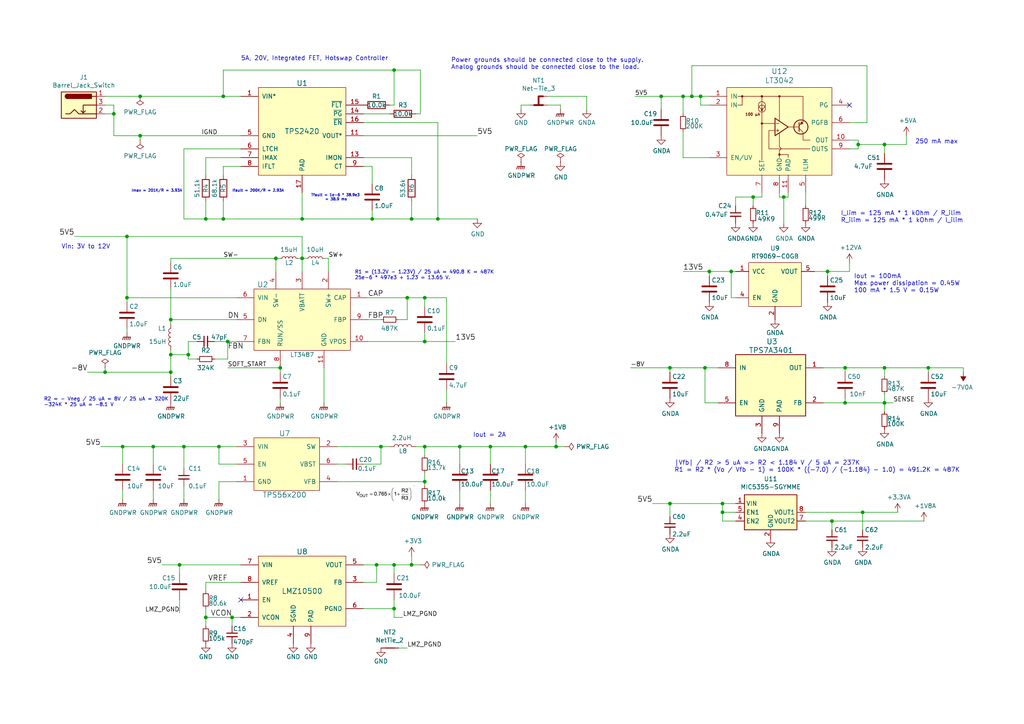
<source format=kicad_sch>
(kicad_sch (version 20230121) (generator eeschema)
  (paper "A4")
  (junction (at 64.77 63.5))
  (junction (at 245.11 116.84))
  (junction (at 119.38 163.83))
  (junction (at 209.55 146.05))
  (junction (at 227.33 57.15))
  (junction (at 118.11 86.36))
  (junction (at 205.74 78.74))
  (junction (at 218.44 57.15))
  (junction (at 119.38 63.5))
  (junction (at 133.35 129.54))
  (junction (at 123.19 139.7))
  (junction (at 123.19 99.06))
  (junction (at 142.24 129.54))
  (junction (at 114.3 176.53))
  (junction (at 81.28 106.68))
  (junction (at 67.31 179.07))
  (junction (at 36.83 86.36))
  (junction (at 123.19 86.36))
  (junction (at 30.48 107.95))
  (junction (at 194.31 146.05))
  (junction (at 36.83 68.58))
  (junction (at 198.12 27.94))
  (junction (at 40.64 39.37))
  (junction (at 212.09 78.74))
  (junction (at 127 63.5))
  (junction (at 204.47 106.68))
  (junction (at 63.5 129.54))
  (junction (at 203.2 27.94))
  (junction (at 87.63 63.5))
  (junction (at 59.69 63.5))
  (junction (at 49.53 107.95))
  (junction (at 240.03 78.74))
  (junction (at 256.54 106.68))
  (junction (at 256.54 116.84))
  (junction (at 123.19 129.54))
  (junction (at 245.11 106.68))
  (junction (at 191.77 27.94))
  (junction (at 35.56 129.54))
  (junction (at 114.3 163.83))
  (junction (at 200.66 27.94))
  (junction (at 248.92 41.91))
  (junction (at 33.02 33.02))
  (junction (at 49.53 102.87))
  (junction (at 269.24 106.68))
  (junction (at 87.63 74.93))
  (junction (at 110.49 129.54))
  (junction (at 44.45 129.54))
  (junction (at 209.55 148.59))
  (junction (at 250.19 148.59))
  (junction (at 114.3 20.32))
  (junction (at 194.31 106.68))
  (junction (at 52.07 163.83))
  (junction (at 152.4 129.54))
  (junction (at 53.34 129.54))
  (junction (at 49.53 92.71))
  (junction (at 107.95 63.5))
  (junction (at 64.77 27.94))
  (junction (at 59.69 179.07))
  (junction (at 256.54 41.91))
  (junction (at 241.3 151.13))
  (junction (at 161.29 129.54))
  (junction (at 54.61 102.87))
  (junction (at 80.01 74.93))
  (junction (at 40.64 27.94))
  (junction (at 109.22 163.83))
  (junction (at 66.04 99.06))
  (no_connect (at 246.38 30.48))
  (no_connect (at 69.85 173.99))
  (wire (pts (xy 66.04 104.14) (xy 62.23 104.14)))
  (wire (pts (xy 59.69 50.8) (xy 59.69 45.72)))
  (wire (pts (xy 251.46 19.05) (xy 200.66 19.05)))
  (wire (pts (xy 227.33 57.15) (xy 228.6 57.15)))
  (wire (pts (xy 129.54 116.84) (xy 129.54 113.03)))
  (wire (pts (xy 52.07 163.83) (xy 52.07 166.37)))
  (wire (pts (xy 113.03 30.48) (xy 114.3 30.48)))
  (wire (pts (xy 59.69 45.72) (xy 69.85 45.72)))
  (wire (pts (xy 59.69 58.42) (xy 59.69 63.5)))
  (wire (pts (xy 240.03 78.74) (xy 246.38 78.74)))
  (wire (pts (xy 109.22 168.91) (xy 105.41 168.91)))
  (wire (pts (xy 67.31 179.07) (xy 69.85 179.07)))
  (wire (pts (xy 228.6 57.15) (xy 228.6 55.88)))
  (wire (pts (xy 80.01 74.93) (xy 81.28 74.93)))
  (wire (pts (xy 36.83 86.36) (xy 36.83 87.63)))
  (wire (pts (xy 35.56 134.62) (xy 35.56 129.54)))
  (wire (pts (xy 54.61 102.87) (xy 49.53 102.87)))
  (wire (pts (xy 133.35 134.62) (xy 133.35 129.54)))
  (wire (pts (xy 97.79 139.7) (xy 123.19 139.7)))
  (wire (pts (xy 120.65 33.02) (xy 121.92 33.02)))
  (wire (pts (xy 142.24 129.54) (xy 152.4 129.54)))
  (wire (pts (xy 69.85 43.18) (xy 53.34 43.18)))
  (wire (pts (xy 162.56 30.48) (xy 158.75 30.48)))
  (wire (pts (xy 87.63 68.58) (xy 87.63 74.93)))
  (wire (pts (xy 120.65 129.54) (xy 123.19 129.54)))
  (wire (pts (xy 123.19 139.7) (xy 123.19 140.97)))
  (wire (pts (xy 119.38 45.72) (xy 119.38 50.8)))
  (wire (pts (xy 115.57 92.71) (xy 118.11 92.71)))
  (wire (pts (xy 241.3 151.13) (xy 267.97 151.13)))
  (wire (pts (xy 250.19 148.59) (xy 233.68 148.59)))
  (wire (pts (xy 64.77 63.5) (xy 87.63 63.5)))
  (wire (pts (xy 64.77 58.42) (xy 64.77 63.5)))
  (wire (pts (xy 62.23 99.06) (xy 66.04 99.06)))
  (wire (pts (xy 142.24 134.62) (xy 142.24 129.54)))
  (wire (pts (xy 106.68 86.36) (xy 118.11 86.36)))
  (wire (pts (xy 44.45 144.78) (xy 44.45 142.24)))
  (wire (pts (xy 81.28 116.84) (xy 81.28 115.57)))
  (wire (pts (xy 248.92 41.91) (xy 248.92 43.18)))
  (wire (pts (xy 256.54 114.3) (xy 256.54 116.84)))
  (wire (pts (xy 114.3 179.07) (xy 116.84 179.07)))
  (wire (pts (xy 107.95 63.5) (xy 119.38 63.5)))
  (wire (pts (xy 107.95 60.96) (xy 107.95 63.5)))
  (wire (pts (xy 204.47 106.68) (xy 208.28 106.68)))
  (wire (pts (xy 246.38 40.64) (xy 248.92 40.64)))
  (wire (pts (xy 245.11 116.84) (xy 256.54 116.84)))
  (wire (pts (xy 87.63 74.93) (xy 88.9 74.93)))
  (wire (pts (xy 114.3 20.32) (xy 64.77 20.32)))
  (wire (pts (xy 36.83 68.58) (xy 36.83 86.36)))
  (wire (pts (xy 63.5 134.62) (xy 63.5 129.54)))
  (wire (pts (xy 227.33 57.15) (xy 227.33 64.77)))
  (wire (pts (xy 158.75 27.94) (xy 170.18 27.94)))
  (wire (pts (xy 86.36 74.93) (xy 87.63 74.93)))
  (wire (pts (xy 36.83 95.25) (xy 36.83 96.52)))
  (wire (pts (xy 209.55 151.13) (xy 209.55 148.59)))
  (wire (pts (xy 64.77 48.26) (xy 69.85 48.26)))
  (wire (pts (xy 205.74 78.74) (xy 205.74 80.01)))
  (wire (pts (xy 49.53 83.82) (xy 49.53 92.71)))
  (wire (pts (xy 87.63 55.88) (xy 87.63 63.5)))
  (wire (pts (xy 218.44 57.15) (xy 220.98 57.15)))
  (wire (pts (xy 170.18 27.94) (xy 170.18 31.75)))
  (wire (pts (xy 118.11 86.36) (xy 118.11 92.71)))
  (wire (pts (xy 59.69 179.07) (xy 59.69 181.61)))
  (wire (pts (xy 107.95 48.26) (xy 105.41 48.26)))
  (wire (pts (xy 203.2 27.94) (xy 205.74 27.94)))
  (wire (pts (xy 49.53 102.87) (xy 49.53 101.6)))
  (wire (pts (xy 67.31 179.07) (xy 67.31 181.61)))
  (wire (pts (xy 245.11 106.68) (xy 256.54 106.68)))
  (wire (pts (xy 106.68 99.06) (xy 123.19 99.06)))
  (wire (pts (xy 52.07 163.83) (xy 69.85 163.83)))
  (wire (pts (xy 121.92 20.32) (xy 114.3 20.32)))
  (wire (pts (xy 200.66 27.94) (xy 203.2 27.94)))
  (wire (pts (xy 248.92 43.18) (xy 246.38 43.18)))
  (wire (pts (xy 53.34 140.97) (xy 53.34 144.78)))
  (wire (pts (xy 208.28 116.84) (xy 204.47 116.84)))
  (wire (pts (xy 59.69 63.5) (xy 64.77 63.5)))
  (wire (pts (xy 212.09 86.36) (xy 212.09 78.74)))
  (wire (pts (xy 241.3 151.13) (xy 241.3 153.67)))
  (wire (pts (xy 256.54 116.84) (xy 256.54 119.38)))
  (wire (pts (xy 236.22 78.74) (xy 240.03 78.74)))
  (wire (pts (xy 256.54 41.91) (xy 262.89 41.91)))
  (wire (pts (xy 30.48 107.95) (xy 49.53 107.95)))
  (wire (pts (xy 213.36 148.59) (xy 209.55 148.59)))
  (wire (pts (xy 238.76 116.84) (xy 245.11 116.84)))
  (wire (pts (xy 66.04 99.06) (xy 68.58 99.06)))
  (wire (pts (xy 114.3 163.83) (xy 114.3 166.37)))
  (wire (pts (xy 57.15 99.06) (xy 54.61 99.06)))
  (wire (pts (xy 105.41 163.83) (xy 109.22 163.83)))
  (wire (pts (xy 198.12 27.94) (xy 198.12 33.02)))
  (wire (pts (xy 218.44 57.15) (xy 218.44 59.69)))
  (wire (pts (xy 44.45 129.54) (xy 53.34 129.54)))
  (wire (pts (xy 209.55 148.59) (xy 209.55 146.05)))
  (wire (pts (xy 63.5 129.54) (xy 68.58 129.54)))
  (wire (pts (xy 203.2 30.48) (xy 205.74 30.48)))
  (wire (pts (xy 245.11 115.57) (xy 245.11 116.84)))
  (wire (pts (xy 40.64 27.94) (xy 64.77 27.94)))
  (wire (pts (xy 81.28 106.68) (xy 66.04 106.68)))
  (wire (pts (xy 49.53 76.2) (xy 49.53 74.93)))
  (wire (pts (xy 29.21 129.54) (xy 35.56 129.54)))
  (wire (pts (xy 256.54 41.91) (xy 256.54 44.45)))
  (wire (pts (xy 119.38 63.5) (xy 119.38 58.42)))
  (wire (pts (xy 36.83 68.58) (xy 21.59 68.58)))
  (wire (pts (xy 198.12 27.94) (xy 200.66 27.94)))
  (wire (pts (xy 248.92 40.64) (xy 248.92 41.91)))
  (wire (pts (xy 245.11 106.68) (xy 245.11 107.95)))
  (wire (pts (xy 53.34 63.5) (xy 59.69 63.5)))
  (wire (pts (xy 59.69 168.91) (xy 69.85 168.91)))
  (wire (pts (xy 251.46 35.56) (xy 251.46 19.05)))
  (wire (pts (xy 226.06 55.88) (xy 226.06 57.15)))
  (wire (pts (xy 114.3 176.53) (xy 114.3 173.99)))
  (wire (pts (xy 49.53 92.71) (xy 68.58 92.71)))
  (wire (pts (xy 35.56 129.54) (xy 44.45 129.54)))
  (wire (pts (xy 123.19 137.16) (xy 123.19 139.7)))
  (wire (pts (xy 97.79 134.62) (xy 100.33 134.62)))
  (wire (pts (xy 127 35.56) (xy 127 63.5)))
  (wire (pts (xy 95.25 78.74) (xy 95.25 74.93)))
  (wire (pts (xy 191.77 27.94) (xy 198.12 27.94)))
  (wire (pts (xy 204.47 116.84) (xy 204.47 106.68)))
  (wire (pts (xy 33.02 30.48) (xy 33.02 33.02)))
  (wire (pts (xy 213.36 86.36) (xy 212.09 86.36)))
  (wire (pts (xy 33.02 33.02) (xy 30.48 33.02)))
  (wire (pts (xy 105.41 134.62) (xy 110.49 134.62)))
  (wire (pts (xy 200.66 19.05) (xy 200.66 27.94)))
  (wire (pts (xy 105.41 176.53) (xy 114.3 176.53)))
  (wire (pts (xy 33.02 33.02) (xy 33.02 39.37)))
  (wire (pts (xy 226.06 57.15) (xy 227.33 57.15)))
  (wire (pts (xy 203.2 27.94) (xy 203.2 30.48)))
  (wire (pts (xy 64.77 50.8) (xy 64.77 48.26)))
  (wire (pts (xy 53.34 43.18) (xy 53.34 63.5)))
  (wire (pts (xy 121.92 33.02) (xy 121.92 20.32)))
  (wire (pts (xy 123.19 129.54) (xy 123.19 132.08)))
  (wire (pts (xy 36.83 86.36) (xy 68.58 86.36)))
  (wire (pts (xy 115.57 187.96) (xy 118.11 187.96)))
  (wire (pts (xy 33.02 39.37) (xy 40.64 39.37)))
  (wire (pts (xy 118.11 86.36) (xy 123.19 86.36)))
  (wire (pts (xy 194.31 146.05) (xy 209.55 146.05)))
  (wire (pts (xy 194.31 106.68) (xy 182.88 106.68)))
  (wire (pts (xy 110.49 129.54) (xy 113.03 129.54)))
  (wire (pts (xy 66.04 99.06) (xy 66.04 104.14)))
  (wire (pts (xy 194.31 106.68) (xy 194.31 107.95)))
  (wire (pts (xy 97.79 129.54) (xy 110.49 129.54)))
  (wire (pts (xy 262.89 39.37) (xy 262.89 41.91)))
  (wire (pts (xy 54.61 102.87) (xy 54.61 104.14)))
  (wire (pts (xy 53.34 129.54) (xy 63.5 129.54)))
  (wire (pts (xy 49.53 109.22) (xy 49.53 107.95)))
  (wire (pts (xy 133.35 129.54) (xy 142.24 129.54)))
  (wire (pts (xy 59.69 176.53) (xy 59.69 179.07)))
  (wire (pts (xy 46.99 163.83) (xy 52.07 163.83)))
  (wire (pts (xy 259.08 116.84) (xy 256.54 116.84)))
  (wire (pts (xy 54.61 104.14) (xy 57.15 104.14)))
  (wire (pts (xy 129.54 86.36) (xy 123.19 86.36)))
  (wire (pts (xy 127 63.5) (xy 138.43 63.5)))
  (wire (pts (xy 114.3 163.83) (xy 119.38 163.83)))
  (wire (pts (xy 64.77 27.94) (xy 69.85 27.94)))
  (wire (pts (xy 63.5 144.78) (xy 63.5 139.7)))
  (wire (pts (xy 129.54 86.36) (xy 129.54 105.41)))
  (wire (pts (xy 49.53 107.95) (xy 49.53 102.87)))
  (wire (pts (xy 246.38 78.74) (xy 246.38 76.2)))
  (wire (pts (xy 105.41 45.72) (xy 119.38 45.72)))
  (wire (pts (xy 279.4 106.68) (xy 279.4 107.95)))
  (wire (pts (xy 240.03 78.74) (xy 240.03 80.01)))
  (wire (pts (xy 198.12 38.1) (xy 198.12 45.72)))
  (wire (pts (xy 256.54 106.68) (xy 269.24 106.68)))
  (wire (pts (xy 246.38 35.56) (xy 251.46 35.56)))
  (wire (pts (xy 114.3 176.53) (xy 114.3 179.07)))
  (wire (pts (xy 64.77 20.32) (xy 64.77 27.94)))
  (wire (pts (xy 35.56 142.24) (xy 35.56 144.78)))
  (wire (pts (xy 68.58 134.62) (xy 63.5 134.62)))
  (wire (pts (xy 119.38 163.83) (xy 119.38 161.29)))
  (wire (pts (xy 44.45 134.62) (xy 44.45 129.54)))
  (wire (pts (xy 204.47 106.68) (xy 194.31 106.68)))
  (wire (pts (xy 151.13 31.75) (xy 151.13 30.48)))
  (wire (pts (xy 81.28 106.68) (xy 81.28 107.95)))
  (wire (pts (xy 189.23 146.05) (xy 194.31 146.05)))
  (wire (pts (xy 36.83 68.58) (xy 87.63 68.58)))
  (wire (pts (xy 114.3 30.48) (xy 114.3 20.32)))
  (wire (pts (xy 30.48 30.48) (xy 33.02 30.48)))
  (wire (pts (xy 213.36 57.15) (xy 218.44 57.15)))
  (wire (pts (xy 25.4 107.95) (xy 30.48 107.95)))
  (wire (pts (xy 151.13 30.48) (xy 153.67 30.48)))
  (wire (pts (xy 87.63 63.5) (xy 107.95 63.5)))
  (wire (pts (xy 269.24 106.68) (xy 269.24 107.95)))
  (wire (pts (xy 105.41 39.37) (xy 138.43 39.37)))
  (wire (pts (xy 59.69 168.91) (xy 59.69 171.45)))
  (wire (pts (xy 212.09 78.74) (xy 213.36 78.74)))
  (wire (pts (xy 248.92 41.91) (xy 256.54 41.91)))
  (wire (pts (xy 52.07 173.99) (xy 52.07 177.8)))
  (wire (pts (xy 93.98 116.84) (xy 93.98 106.68)))
  (wire (pts (xy 110.49 134.62) (xy 110.49 129.54)))
  (wire (pts (xy 123.19 99.06) (xy 132.08 99.06)))
  (wire (pts (xy 123.19 86.36) (xy 123.19 88.9)))
  (wire (pts (xy 213.36 59.69) (xy 213.36 57.15)))
  (wire (pts (xy 59.69 179.07) (xy 67.31 179.07)))
  (wire (pts (xy 87.63 74.93) (xy 87.63 78.74)))
  (wire (pts (xy 53.34 135.89) (xy 53.34 129.54)))
  (wire (pts (xy 107.95 53.34) (xy 107.95 48.26)))
  (wire (pts (xy 213.36 151.13) (xy 209.55 151.13)))
  (wire (pts (xy 142.24 142.24) (xy 142.24 146.05)))
  (wire (pts (xy 205.74 78.74) (xy 212.09 78.74)))
  (wire (pts (xy 109.22 163.83) (xy 114.3 163.83)))
  (wire (pts (xy 238.76 106.68) (xy 245.11 106.68)))
  (wire (pts (xy 109.22 168.91) (xy 109.22 163.83)))
  (wire (pts (xy 121.92 163.83) (xy 119.38 163.83)))
  (wire (pts (xy 30.48 106.68) (xy 30.48 107.95)))
  (wire (pts (xy 40.64 39.37) (xy 69.85 39.37)))
  (wire (pts (xy 80.01 78.74) (xy 80.01 74.93)))
  (wire (pts (xy 191.77 27.94) (xy 191.77 31.75)))
  (wire (pts (xy 106.68 92.71) (xy 110.49 92.71)))
  (wire (pts (xy 269.24 106.68) (xy 279.4 106.68)))
  (wire (pts (xy 152.4 142.24) (xy 152.4 146.05)))
  (wire (pts (xy 63.5 139.7) (xy 68.58 139.7)))
  (wire (pts (xy 152.4 134.62) (xy 152.4 129.54)))
  (wire (pts (xy 95.25 74.93) (xy 93.98 74.93)))
  (wire (pts (xy 209.55 146.05) (xy 213.36 146.05)))
  (wire (pts (xy 40.64 40.64) (xy 40.64 39.37)))
  (wire (pts (xy 233.68 55.88) (xy 233.68 59.69)))
  (wire (pts (xy 250.19 153.67) (xy 250.19 148.59)))
  (wire (pts (xy 119.38 63.5) (xy 127 63.5)))
  (wire (pts (xy 49.53 74.93) (xy 80.01 74.93)))
  (wire (pts (xy 123.19 129.54) (xy 133.35 129.54)))
  (wire (pts (xy 256.54 106.68) (xy 256.54 109.22)))
  (wire (pts (xy 198.12 45.72) (xy 205.74 45.72)))
  (wire (pts (xy 163.83 129.54) (xy 161.29 129.54)))
  (wire (pts (xy 194.31 149.86) (xy 194.31 146.05)))
  (wire (pts (xy 152.4 129.54) (xy 161.29 129.54)))
  (wire (pts (xy 54.61 99.06) (xy 54.61 102.87)))
  (wire (pts (xy 30.48 27.94) (xy 40.64 27.94)))
  (wire (pts (xy 198.12 78.74) (xy 205.74 78.74)))
  (wire (pts (xy 184.15 27.94) (xy 191.77 27.94)))
  (wire (pts (xy 250.19 148.59) (xy 260.35 148.59)))
  (wire (pts (xy 123.19 96.52) (xy 123.19 99.06)))
  (wire (pts (xy 233.68 151.13) (xy 241.3 151.13)))
  (wire (pts (xy 49.53 92.71) (xy 49.53 93.98)))
  (wire (pts (xy 133.35 142.24) (xy 133.35 146.05)))
  (wire (pts (xy 161.29 129.54) (xy 161.29 128.27)))
  (wire (pts (xy 162.56 31.75) (xy 162.56 30.48)))
  (wire (pts (xy 105.41 33.02) (xy 113.03 33.02)))
  (wire (pts (xy 105.41 35.56) (xy 127 35.56)))
  (wire (pts (xy 220.98 55.88) (xy 220.98 57.15)))
  (image (at 111.76 143.51) (scale 0.3))
  (text "R2 = - Vneg / 25 uA = 8V / 25 uA = 320K\n-324K * 25 uA = -8.1 V" (at 12.7 118.11 0) (effects (font (size 1.016 1.016)) (justify left bottom)))
  (text "Iout = 2A" (at 137.16 127 0) (effects (font (size 1.27 1.27)) (justify left bottom)))
  (text "I_lim = 125 mA * 1 kOhm / R_ilim\nR_ilim = 125 mA * 1 kOhm / I_ilim" (at 243.84 64.77 0) (effects (font (size 1.27 1.27)) (justify left bottom)))
  (text "Tfault = 1e-6 * 38.9e3 \n       = 38.9 ms" (at 90.17 58.42 0) (effects (font (size 0.762 0.762)) (justify left bottom)))
  (text "250 mA max" (at 265.43 41.91 0) (effects (font (size 1.27 1.27)) (justify left bottom)))
  (text "Vin: 3V to 12V" (at 17.78 72.39 0) (effects (font (size 1.27 1.27)) (justify left bottom)))
  (text "Ifault = 200K/R = 2.93A" (at 67.31 55.88 0) (effects (font (size 0.762 0.762)) (justify left bottom)))
  (text "Imax = 201K/R = 3.93A" (at 38.1 55.88 0) (effects (font (size 0.762 0.762)) (justify left bottom)))
  (text "Power grounds should be connected close to the supply.\nAnalog grounds should be connected close to the load." (at 130.81 20.32 0) (effects (font (size 1.27 1.27)) (justify left bottom)))
  (text "R1 = (13.2V - 1.23V) / 25 uA = 490.8 K = 487K\n25e-6 * 497e3 + 1.23 = 13.65 V." (at 102.87 81.28 0) (effects (font (size 1.016 1.016)) (justify left bottom)))
  (text "|Vfb| / R2 > 5 uA => R2 < 1.184 V / 5 uA = 237K\nR1 = R2 * (Vo / Vfb - 1) = 100K * ((-7.0) / (-1.184) - 1.0) = 491.2K = 487K\n" (at 195.58 137.16 0) (effects (font (size 1.27 1.27)) (justify left bottom)))
  (text "Iout = 100mA\nMax power dissipation = 0.45W\n100 mA * 1.5 V = 0.15W\n" (at 247.65 85.09 0) (effects (font (size 1.27 1.27)) (justify left bottom)))
  (text "5A, 20V, Integrated FET, Hotswap Controller" (at 69.85 17.78 0) (effects (font (size 1.27 1.27)) (justify left bottom)))
  (label "5V5" (at 189.23 146.05 180) (effects (font (size 1.524 1.524))))
  (label "-8V" (at 182.88 106.68 0))
  (label "13V5" (at 198.12 78.74 0) (effects (font (size 1.524 1.524))))
  (label "5V5" (at 29.21 129.54 180) (effects (font (size 1.524 1.524))))
  (label "FBP" (at 106.68 92.71 0) (effects (font (size 1.524 1.524))))
  (label "LMZ_PGND" (at 52.07 177.8 180))
  (label "SENSE" (at 259.08 116.84 0))
  (label "13V5" (at 132.08 99.06 0) (effects (font (size 1.524 1.524))))
  (label "-8V" (at 25.4 107.95 180) (effects (font (size 1.524 1.524))))
  (label "FBN" (at 66.04 101.6 0) (effects (font (size 1.524 1.524))))
  (label "VCON" (at 67.31 179.07 180) (effects (font (size 1.524 1.524))))
  (label "CAP" (at 106.68 86.36 0) (effects (font (size 1.524 1.524))))
  (label "5V5" (at 46.99 163.83 180) (effects (font (size 1.524 1.524))))
  (label "LMZ_PGND" (at 116.84 179.07 0))
  (label "VREF" (at 66.04 168.91 180) (effects (font (size 1.524 1.524))))
  (label "SOFT_START" (at 66.04 106.68 0))
  (label "5V5" (at 184.15 27.94 0))
  (label "SW-" (at 64.77 74.93 0))
  (label "5V5" (at 21.59 68.58 180) (effects (font (size 1.524 1.524))))
  (label "LMZ_PGND" (at 118.11 187.96 0))
  (label "5V5" (at 138.43 39.37 0) (effects (font (size 1.524 1.524))))
  (label "SW+" (at 95.25 74.93 0))
  (label "IGND" (at 58.42 39.37 0))
  (label "DN" (at 66.04 92.71 0) (effects (font (size 1.524 1.524))))
  (symbol (lib_id "Device:R") (at 109.22 30.48 270) (unit 1)
    (property "Reference" "R1" (at 109.22 27.94 90))
    (property "Value" "10.0k" (at 109.22 30.48 90))
    (property "Footprint" "Resistor_SMD:R_0603_1608Metric" (effects hide))
  )
  (symbol (lib_id "Device:R") (at 116.84 33.02 270) (unit 1)
    (property "Reference" "R3" (at 116.84 30.48 90))
    (property "Value" "10.0k" (at 116.84 33.02 90))
    (property "Footprint" "Resistor_SMD:R_0603_1608Metric" (effects hide))
  )
  (symbol (lib_id "Device:R") (at 59.69 54.61 0) (unit 1)
    (property "Reference" "R4" (at 59.69 54.61 90))
    (property "Value" "51.1k" (at 57.15 54.61 90))
    (property "Footprint" "Resistor_SMD:R_0603_1608Metric" (effects hide))
  )
  (symbol (lib_id "Device:R") (at 64.77 54.61 0) (unit 1)
    (property "Reference" "R5" (at 64.77 54.61 90))
    (property "Value" "68.1k" (at 62.23 54.61 90))
    (property "Footprint" "Resistor_SMD:R_0603_1608Metric" (effects hide))
  )
  (symbol (lib_id "Device:C") (at 107.95 57.15 0) (unit 1)
    (property "Reference" "C8" (at 108.585 54.61 0) (effects (justify left)))
    (property "Value" "1.0uF" (at 108.585 59.69 0) (effects (justify left)))
    (property "Footprint" "Capacitor_SMD:C_0603_1608Metric" (effects hide))
    (property "Component" "Murata GRM188R71C105KA12D" (effects hide))
  )
  (symbol (lib_id "Device:R") (at 119.38 54.61 0) (unit 1)
    (property "Reference" "R6" (at 119.38 54.61 90))
    (property "Value" "53.6k" (at 116.84 54.61 90))
    (property "Footprint" "Resistor_SMD:R_0603_1608Metric" (effects hide))
  )
  (symbol (lib_id "@Engstad:TPS56x200") (at 82.55 133.35 0) (unit 1)
    (property "Reference" "U7" (at 82.55 125.73 0) (effects (font (size 1.524 1.524))))
    (property "Value" "TPS56x200" (at 82.55 143.51 0) (effects (font (size 1.524 1.524))))
    (property "Footprint" "Package_TO_SOT_SMD:SOT-23-6" (effects hide))
    (property "Datasheet" "https://www.ti.com/lit/ds/symlink/tps563200.pdf" (effects hide))
  )
  (symbol (lib_id "Device:C") (at 35.56 138.43 0) (unit 1)
    (property "Reference" "C14" (at 36.83 135.89 0) (effects (justify left)))
    (property "Value" "10uF" (at 36.83 140.97 0) (effects (justify left)))
    (property "Footprint" "Capacitor_SMD:C_0805_2012Metric" (effects hide))
  )
  (symbol (lib_id "Device:L") (at 116.84 129.54 90) (unit 1)
    (property "Reference" "L8" (at 118.11 130.81 90) (effects (justify left)))
    (property "Value" "2.2uH" (at 119.38 127 90) (effects (justify left)))
    (property "Footprint" "Inductor_SMD:L_0805_2012Metric" (effects hide))
  )
  (symbol (lib_id "Device:C_Small") (at 102.87 134.62 90) (unit 1)
    (property "Reference" "C20" (at 107.95 133.35 90) (effects (justify left)))
    (property "Value" "0.1uF" (at 109.22 135.89 90) (effects (justify left)))
    (property "Footprint" "Capacitor_SMD:C_0603_1608Metric" (effects hide))
  )
  (symbol (lib_id "Device:R_Small") (at 123.19 134.62 0) (unit 1)
    (property "Reference" "R16" (at 123.952 134.112 0) (effects (justify left)))
    (property "Value" "13.7k" (at 123.952 135.636 0) (effects (justify left)))
    (property "Footprint" "Resistor_SMD:R_0603_1608Metric" (effects hide))
  )
  (symbol (lib_id "Device:R_Small") (at 123.19 143.51 0) (unit 1)
    (property "Reference" "R17" (at 123.952 143.002 0) (effects (justify left)))
    (property "Value" "10.0k" (at 123.952 144.526 0) (effects (justify left)))
    (property "Footprint" "Resistor_SMD:R_0603_1608Metric" (effects hide))
  )
  (symbol (lib_id "@Engstad:LMZ10500") (at 87.63 171.45 0) (unit 1)
    (property "Reference" "U8" (at 87.63 160.02 0) (effects (font (size 1.524 1.524))))
    (property "Value" "LMZ10500" (at 87.63 171.45 0) (effects (font (size 1.524 1.524))))
    (property "Footprint" "Engstad:Texas_Instruments-LLP-8" (effects hide))
    (property "Datasheet" "https://www.ti.com/lit/ds/symlink/lmz10500.pdf" (effects hide))
  )
  (symbol (lib_id "Device:C") (at 52.07 170.18 0) (unit 1)
    (property "Reference" "C15" (at 46.99 167.64 0) (effects (justify left)))
    (property "Value" "10.0uF" (at 43.18 170.18 0) (effects (justify left)))
    (property "Footprint" "Capacitor_SMD:C_0805_2012Metric" (effects hide))
  )
  (symbol (lib_id "Device:R_Small") (at 59.69 184.15 0) (unit 1)
    (property "Reference" "R9" (at 60.452 183.642 0) (effects (justify left)))
    (property "Value" "105k" (at 60.452 185.166 0) (effects (justify left)))
    (property "Footprint" "Resistor_SMD:R_0603_1608Metric" (effects hide))
  )
  (symbol (lib_id "Device:C_Small") (at 67.31 184.15 0) (unit 1)
    (property "Reference" "C16" (at 67.564 182.372 0) (effects (justify left)))
    (property "Value" "470pF" (at 67.564 186.182 0) (effects (justify left)))
    (property "Footprint" "Capacitor_SMD:C_0603_1608Metric" (effects hide))
  )
  (symbol (lib_id "Device:R_Small") (at 59.69 173.99 0) (unit 1)
    (property "Reference" "R8" (at 60.452 173.482 0) (effects (justify left)))
    (property "Value" "80.6k" (at 60.452 175.006 0) (effects (justify left)))
    (property "Footprint" "Resistor_SMD:R_0603_1608Metric" (effects hide))
  )
  (symbol (lib_id "Device:C") (at 114.3 170.18 0) (unit 1)
    (property "Reference" "C21" (at 114.935 167.64 0) (effects (justify left)))
    (property "Value" "10.0uF" (at 115.57 172.72 0) (effects (justify left)))
    (property "Footprint" "Capacitor_SMD:C_0805_2012Metric" (effects hide))
  )
  (symbol (lib_id "power:PWR_FLAG") (at 40.64 27.94 180) (unit 1)
    (property "Reference" "#FLG03" (effects hide))
    (property "Value" "PWR_FLAG" (at 40.64 32.512 0))
  )
  (symbol (lib_id "@Engstad:LT3487") (at 87.63 92.71 0) (unit 1)
    (property "Reference" "U2" (at 76.2 82.55 0) (effects (font (size 1.524 1.524))))
    (property "Value" "LT3487" (at 87.63 102.87 0))
    (property "Footprint" "Package_DFN_QFN:DFN-10-1EP_3x3mm_P0.5mm_EP1.7x2.5mm" (effects hide))
    (property "Datasheet" "https://www.analog.com/media/en/technical-documentation/data-sheets/3487f.pdf" (effects hide))
  )
  (symbol (lib_id "Device:C") (at 36.83 91.44 0) (unit 1)
    (property "Reference" "C2" (at 37.465 88.9 0) (effects (justify left)))
    (property "Value" "1.0uF" (at 37.465 93.98 0) (effects (justify left)))
    (property "Footprint" "Capacitor_SMD:C_0603_1608Metric" (effects hide))
    (property "Component" "TDK C1608X5R1A105K" (effects hide))
  )
  (symbol (lib_id "Device:L_Small") (at 91.44 74.93 90) (unit 1)
    (property "Reference" "L4" (at 92.71 76.2 90) (effects (justify left)))
    (property "Value" "10uH" (at 93.98 72.39 90) (effects (justify left)))
    (property "Footprint" "Engstad:L_Wurth-4018" (effects hide))
  )
  (symbol (lib_id "Device:L_Small") (at 83.82 74.93 90) (unit 1)
    (property "Reference" "L2" (at 85.09 76.2 90) (effects (justify left)))
    (property "Value" "15uH" (at 86.36 72.39 90) (effects (justify left)))
    (property "Footprint" "Engstad:L_Wurth-4018" (effects hide))
  )
  (symbol (lib_id "Device:C") (at 49.53 80.01 0) (unit 1)
    (property "Reference" "C6" (at 50.165 77.47 0) (effects (justify left)))
    (property "Value" "1.0uF" (at 50.165 82.55 0) (effects (justify left)))
    (property "Footprint" "Capacitor_SMD:C_0603_1608Metric" (effects hide))
    (property "Component" "TDK C1608X5R1A105K" (effects hide))
  )
  (symbol (lib_id "Device:L") (at 49.53 97.79 180) (unit 1)
    (property "Reference" "L1" (at 48.26 95.25 0) (effects (justify left)))
    (property "Value" "15uH" (at 48.26 99.06 0) (effects (justify left)))
    (property "Footprint" "Engstad:L_Wurth-4018" (effects hide))
  )
  (symbol (lib_id "Device:R_Small") (at 59.69 104.14 270) (unit 1)
    (property "Reference" "R2" (at 59.69 101.6 90))
    (property "Value" "324K" (at 59.69 106.68 90))
    (property "Footprint" "Resistor_SMD:R_0603_1608Metric" (effects hide))
  )
  (symbol (lib_id "Device:C_Small") (at 59.69 99.06 90) (unit 1)
    (property "Reference" "C5" (at 58.42 97.79 90) (effects (justify left)))
    (property "Value" "47pF" (at 66.04 97.79 90) (effects (justify left)))
    (property "Footprint" "Capacitor_SMD:C_0603_1608Metric" (effects hide))
    (property "Component" "TDK C1608X5R1A105K" (effects hide))
  )
  (symbol (lib_id "Device:C") (at 49.53 113.03 0) (unit 1)
    (property "Reference" "C3" (at 50.165 110.49 0) (effects (justify left)))
    (property "Value" "22uF" (at 50.165 115.57 0) (effects (justify left)))
    (property "Footprint" "Capacitor_SMD:C_1206_3216Metric" (effects hide))
    (property "Component" "TDK C1608X5R1A105K" (effects hide))
  )
  (symbol (lib_id "Device:C") (at 81.28 111.76 0) (unit 1)
    (property "Reference" "C7" (at 81.915 109.22 0) (effects (justify left)))
    (property "Value" "0.1uF" (at 81.915 114.3 0) (effects (justify left)))
    (property "Footprint" "Capacitor_SMD:C_0603_1608Metric" (effects hide))
    (property "Component" "TDK C1608X5R1A105K" (effects hide))
  )
  (symbol (lib_id "Device:R_Small") (at 113.03 92.71 90) (unit 1)
    (property "Reference" "R7" (at 113.03 90.678 90))
    (property "Value" "487K" (at 113.03 95.25 90))
    (property "Footprint" "Resistor_SMD:R_0603_1608Metric" (effects hide))
  )
  (symbol (lib_id "Device:C") (at 129.54 109.22 0) (unit 1)
    (property "Reference" "C9" (at 130.175 106.68 0) (effects (justify left)))
    (property "Value" "4.7uF" (at 130.175 111.76 0) (effects (justify left)))
    (property "Footprint" "Capacitor_SMD:C_0805_2012Metric" (effects hide))
    (property "Component" "TDK C1608X5R1A105K" (effects hide))
  )
  (symbol (lib_id "Device:C") (at 123.19 92.71 0) (unit 1)
    (property "Reference" "C10" (at 123.825 90.17 0) (effects (justify left)))
    (property "Value" "0.1uF" (at 123.825 95.25 0) (effects (justify left)))
    (property "Footprint" "Capacitor_SMD:C_0603_1608Metric" (effects hide))
    (property "Component" "TDK C1608X5R1A105K" (effects hide))
  )
  (symbol (lib_id "@Engstad:TPS2420") (at 87.63 38.1 0) (unit 1)
    (property "Reference" "U1" (at 87.63 24.13 0) (effects (font (size 1.524 1.524))))
    (property "Value" "TPS2420" (at 87.63 38.1 0) (effects (font (size 1.524 1.524))))
    (property "Footprint" "Package_DFN_QFN:QFN-16-1EP_4x4mm_P0.65mm_EP2.7x2.7mm_ThermalVias" (effects hide))
    (property "Datasheet" "http://www.ti.com/lit/ds/symlink/tps2420.pdf" (effects hide))
  )
  (symbol (lib_id "power:PWR_FLAG") (at 30.48 106.68 0) (unit 1)
    (property "Reference" "#FLG0101" (effects hide))
    (property "Value" "PWR_FLAG" (at 30.48 102.2858 0))
  )
  (symbol (lib_id "@Engstad:TPS7A3401") (at 223.52 111.76 0) (unit 1)
    (property "Reference" "U3" (at 222.25 99.06 0) (effects (font (size 1.524 1.524)) (justify left)))
    (property "Value" "TPS7A3401" (at 217.17 101.6 0) (effects (font (size 1.524 1.524)) (justify left)))
    (property "Footprint" "Engstad:VSSOP-8_3.0x3.0mm_P0.65mm" (effects hide))
    (property "Datasheet" "https://www.ti.com/lit/ds/symlink/tps7a3401.pdf" (effects hide))
  )
  (symbol (lib_id "Device:C") (at 194.31 111.76 0) (unit 1)
    (property "Reference" "C22" (at 194.945 109.22 0) (effects (justify left)))
    (property "Value" "10uF" (at 194.945 114.3 0) (effects (justify left)))
    (property "Footprint" "Capacitor_SMD:C_1206_3216Metric" (effects hide))
    (property "Component" "TDK C1608X5R1A105K" (effects hide))
  )
  (symbol (lib_id "power:GNDA") (at 194.31 115.57 0) (unit 1)
    (property "Reference" "#PWR0104" (effects hide))
    (property "Value" "GNDA" (at 194.437 119.9642 0))
  )
  (symbol (lib_id "power:GNDA") (at 220.98 125.73 0) (unit 1)
    (property "Reference" "#PWR0105" (effects hide))
    (property "Value" "GNDA" (at 221.107 130.1242 0))
  )
  (symbol (lib_id "power:GNDA") (at 226.06 125.73 0) (unit 1)
    (property "Reference" "#PWR0106" (effects hide))
    (property "Value" "GNDA" (at 226.187 130.1242 0))
  )
  (symbol (lib_id "Device:C") (at 245.11 111.76 0) (unit 1)
    (property "Reference" "C50" (at 245.745 109.22 0) (effects (justify left)))
    (property "Value" "10nF" (at 246.38 114.3 0) (effects (justify left)))
    (property "Footprint" "Capacitor_SMD:C_0603_1608Metric" (effects hide))
  )
  (symbol (lib_id "Device:R_Small") (at 256.54 111.76 0) (unit 1)
    (property "Reference" "R13" (at 257.302 111.252 0) (effects (justify left)))
    (property "Value" "487K" (at 257.302 112.776 0) (effects (justify left)))
    (property "Footprint" "Resistor_SMD:R_0603_1608Metric" (effects hide))
  )
  (symbol (lib_id "Device:R_Small") (at 256.54 121.92 0) (unit 1)
    (property "Reference" "R14" (at 257.302 121.412 0) (effects (justify left)))
    (property "Value" "100K" (at 257.302 122.936 0) (effects (justify left)))
    (property "Footprint" "Resistor_SMD:R_0603_1608Metric" (effects hide))
  )
  (symbol (lib_id "Device:C") (at 269.24 111.76 0) (unit 1)
    (property "Reference" "C52" (at 269.875 109.22 0) (effects (justify left)))
    (property "Value" "10uF" (at 269.875 114.3 0) (effects (justify left)))
    (property "Footprint" "Capacitor_SMD:C_1206_3216Metric" (effects hide))
    (property "Component" "TDK C1608X5R1A105K" (effects hide))
  )
  (symbol (lib_id "power:GNDA") (at 269.24 115.57 0) (unit 1)
    (property "Reference" "#PWR0107" (effects hide))
    (property "Value" "GNDA" (at 269.367 119.9642 0))
  )
  (symbol (lib_id "Regulator_Linear:MIC5355-SGYMME") (at 223.52 148.59 0) (unit 1)
    (property "Reference" "U11" (at 223.52 138.9126 0))
    (property "Value" "MIC5355-SGYMME" (at 223.52 141.224 0))
    (property "Footprint" "Package_SO:MSOP-8-1EP_3x3mm_P0.65mm_EP2.5x3mm_Mask1.73x2.36mm_ThermalVias" (effects hide))
    (property "Datasheet" "http://ww1.microchip.com/downloads/en/DeviceDoc/mic5355_6.pdf" (effects hide))
  )
  (symbol (lib_id "power:GNDA") (at 256.54 124.46 0) (unit 1)
    (property "Reference" "#PWR0108" (effects hide))
    (property "Value" "GNDA" (at 256.667 128.8542 0))
  )
  (symbol (lib_id "power:PWR_FLAG") (at 163.83 129.54 270) (unit 1)
    (property "Reference" "#FLG0102" (effects hide))
    (property "Value" "PWR_FLAG" (at 167.0812 129.54 90) (effects (justify left)))
  )
  (symbol (lib_id "power:GNDPWR") (at 151.13 46.99 0) (unit 1)
    (property "Reference" "#PWR0101" (effects hide))
    (property "Value" "GNDPWR" (at 151.2316 50.9016 0))
  )
  (symbol (lib_id "power:PWR_FLAG") (at 151.13 46.99 0) (unit 1)
    (property "Reference" "#FLG0103" (effects hide))
    (property "Value" "PWR_FLAG" (at 151.13 43.18 0))
  )
  (symbol (lib_id "power:GNDA") (at 223.52 156.21 0) (unit 1)
    (property "Reference" "#PWR0135" (effects hide))
    (property "Value" "GNDA" (at 223.647 160.6042 0))
  )
  (symbol (lib_id "Device:C_Small") (at 194.31 152.4 0) (unit 1)
    (property "Reference" "C60" (at 194.945 149.86 0) (effects (justify left)))
    (property "Value" "2.2uF" (at 194.945 154.94 0) (effects (justify left)))
    (property "Footprint" "Capacitor_SMD:C_0603_1608Metric" (effects hide))
    (property "Component" "TDK C1608X5R1A105K" (effects hide))
  )
  (symbol (lib_id "power:GNDA") (at 194.31 154.94 0) (unit 1)
    (property "Reference" "#PWR0136" (effects hide))
    (property "Value" "GNDA" (at 194.437 159.3342 0))
  )
  (symbol (lib_id "Device:C_Small") (at 241.3 156.21 0) (unit 1)
    (property "Reference" "C61" (at 241.935 153.67 0) (effects (justify left)))
    (property "Value" "2.2uF" (at 241.935 158.75 0) (effects (justify left)))
    (property "Footprint" "Capacitor_SMD:C_0603_1608Metric" (effects hide))
    (property "Component" "TDK C1608X5R1A105K" (effects hide))
  )
  (symbol (lib_id "Device:C_Small") (at 250.19 156.21 0) (unit 1)
    (property "Reference" "C62" (at 250.825 153.67 0) (effects (justify left)))
    (property "Value" "2.2uF" (at 250.825 158.75 0) (effects (justify left)))
    (property "Footprint" "Capacitor_SMD:C_0603_1608Metric" (effects hide))
    (property "Component" "TDK C1608X5R1A105K" (effects hide))
  )
  (symbol (lib_id "power:GNDA") (at 241.3 158.75 0) (unit 1)
    (property "Reference" "#PWR0137" (effects hide))
    (property "Value" "GNDA" (at 241.427 163.1442 0))
  )
  (symbol (lib_id "power:GNDA") (at 250.19 158.75 0) (unit 1)
    (property "Reference" "#PWR0138" (effects hide))
    (property "Value" "GNDA" (at 250.317 163.1442 0))
  )
  (symbol (lib_id "Connector:Barrel_Jack_Switch") (at 22.86 30.48 0) (unit 1)
    (property "Reference" "J1" (at 24.3078 22.4282 0))
    (property "Value" "Barrel_Jack_Switch" (at 24.3078 24.7396 0))
    (property "Footprint" "Connector_BarrelJack:BarrelJack_Wuerth_6941xx301002" (effects hide))
  )
  (symbol (lib_id "@Engstad:+1V8A") (at 267.97 151.13 0) (unit 1)
    (property "Reference" "#PWR0153" (effects hide))
    (property "Value" "+1V8A" (at 268.351 146.7358 0))
  )
  (symbol (lib_id "power:+3.3VA") (at 260.35 148.59 0) (unit 1)
    (property "Reference" "#PWR0201" (effects hide))
    (property "Value" "+3.3VA" (at 260.731 144.1958 0))
  )
  (symbol (lib_id "power:GNDPWR") (at 123.19 146.05 0) (unit 1)
    (property "Reference" "#PWR0202" (effects hide))
    (property "Value" "GNDPWR" (at 123.2916 149.9616 0))
  )
  (symbol (lib_id "power:PWR_FLAG") (at 40.64 40.64 180) (unit 1)
    (property "Reference" "#FLG0104" (effects hide))
    (property "Value" "PWR_FLAG" (at 40.64 45.212 0))
  )
  (symbol (lib_id "power:GND") (at 162.56 46.99 0) (unit 1)
    (property "Reference" "#PWR0103" (effects hide))
    (property "Value" "GND" (at 162.687 51.3842 0))
  )
  (symbol (lib_id "power:PWR_FLAG") (at 162.56 46.99 0) (unit 1)
    (property "Reference" "#FLG0106" (effects hide))
    (property "Value" "PWR_FLAG" (at 162.56 43.18 0))
  )
  (symbol (lib_id "power:PWR_FLAG") (at 121.92 163.83 270) (unit 1)
    (property "Reference" "#FLG0105" (effects hide))
    (property "Value" "PWR_FLAG" (at 125.1712 163.83 90) (effects (justify left)))
  )
  (symbol (lib_id "@Engstad:-7V0A") (at 279.4 107.95 180) (unit 1)
    (property "Reference" "#PWR0114" (effects hide))
    (property "Value" "-7V0A" (at 279.019 112.3442 0))
  )
  (symbol (lib_id "power:GND") (at 59.69 186.69 0) (unit 1)
    (property "Reference" "#PWR0203" (effects hide))
    (property "Value" "GND" (at 59.69 190.5 0))
  )
  (symbol (lib_id "@Engstad:LT3042") (at 226.06 38.1 0) (unit 1)
    (property "Reference" "U12" (at 226.06 20.6502 0) (effects (font (size 1.524 1.524))))
    (property "Value" "LT3042" (at 226.06 23.3426 0) (effects (font (size 1.524 1.524))))
    (property "Footprint" "Package_DFN_QFN:DFN-10-1EP_3x3mm_P0.5mm_EP1.65x2.38mm_ThermalVias" (effects hide))
    (property "Datasheet" "https://www.analog.com/media/en/technical-documentation/data-sheets/3042fb.pdf" (effects hide))
  )
  (symbol (lib_id "Device:C") (at 191.77 35.56 0) (unit 1)
    (property "Reference" "C19" (at 186.69 33.02 0) (effects (justify left)))
    (property "Value" "10.0uF" (at 182.88 35.56 0) (effects (justify left)))
    (property "Footprint" "Capacitor_SMD:C_1206_3216Metric" (effects hide))
  )
  (symbol (lib_id "power:GNDA") (at 191.77 39.37 0) (unit 1)
    (property "Reference" "#PWR0115" (effects hide))
    (property "Value" "GNDA" (at 191.897 43.7642 0))
  )
  (symbol (lib_id "Device:R_Small") (at 198.12 35.56 0) (unit 1)
    (property "Reference" "R10" (at 198.882 35.052 0) (effects (justify left)))
    (property "Value" "200K" (at 198.882 36.576 0) (effects (justify left)))
    (property "Footprint" "Resistor_SMD:R_0603_1608Metric" (effects hide))
  )
  (symbol (lib_id "Device:R_Small") (at 218.44 62.23 0) (unit 1)
    (property "Reference" "R11" (at 219.202 61.722 0) (effects (justify left)))
    (property "Value" "49K9" (at 219.71 63.5 0) (effects (justify left)))
    (property "Footprint" "Resistor_SMD:R_0603_1608Metric" (effects hide))
  )
  (symbol (lib_id "power:GNDA") (at 218.44 64.77 0) (unit 1)
    (property "Reference" "#PWR0139" (effects hide))
    (property "Value" "GNDA" (at 218.567 69.1642 0))
  )
  (symbol (lib_id "Device:C_Small") (at 213.36 62.23 0) (unit 1)
    (property "Reference" "C24" (at 208.28 59.69 0) (effects (justify left)))
    (property "Value" "0.47uF" (at 204.47 62.23 0) (effects (justify left)))
    (property "Footprint" "Capacitor_SMD:C_0603_1608Metric" (effects hide))
  )
  (symbol (lib_id "power:GNDA") (at 227.33 64.77 0) (unit 1)
    (property "Reference" "#PWR0141" (effects hide))
    (property "Value" "GNDA" (at 227.457 69.1642 0))
  )
  (symbol (lib_id "Device:R_Small") (at 233.68 62.23 0) (unit 1)
    (property "Reference" "R12" (at 234.442 61.722 0) (effects (justify left)))
    (property "Value" "499R" (at 234.442 63.246 0) (effects (justify left)))
    (property "Footprint" "Resistor_SMD:R_0603_1608Metric" (effects hide))
  )
  (symbol (lib_id "power:GNDA") (at 233.68 64.77 0) (unit 1)
    (property "Reference" "#PWR0142" (effects hide))
    (property "Value" "GNDA" (at 233.807 69.1642 0))
  )
  (symbol (lib_id "Device:C") (at 256.54 48.26 0) (unit 1)
    (property "Reference" "C51" (at 251.46 45.72 0) (effects (justify left)))
    (property "Value" "4.7uF" (at 247.65 48.26 0) (effects (justify left)))
    (property "Footprint" "Capacitor_SMD:C_0805_2012Metric" (effects hide))
  )
  (symbol (lib_id "power:GNDA") (at 256.54 52.07 0) (unit 1)
    (property "Reference" "#PWR0143" (effects hide))
    (property "Value" "GNDA" (at 256.667 56.4642 0))
  )
  (symbol (lib_id "power:+12VA") (at 246.38 76.2 0) (unit 1)
    (property "Reference" "#PWR0144" (effects hide))
    (property "Value" "+12VA" (at 246.761 71.8058 0))
  )
  (symbol (lib_id "power:GND") (at 67.31 186.69 0) (unit 1)
    (property "Reference" "#PWR01" (effects hide))
    (property "Value" "GND" (at 67.31 190.5 0))
  )
  (symbol (lib_id "power:GND") (at 85.09 186.69 0) (unit 1)
    (property "Reference" "#PWR02" (effects hide))
    (property "Value" "GND" (at 85.09 190.5 0))
  )
  (symbol (lib_id "power:GND") (at 90.17 186.69 0) (unit 1)
    (property "Reference" "#PWR03" (effects hide))
    (property "Value" "GND" (at 90.17 190.5 0))
  )
  (symbol (lib_id "Device:NetTie_2") (at 113.03 187.96 0) (unit 1) (in_bom no)
    (property "Reference" "NT2" (at 113.03 183.3626 0))
    (property "Value" "NetTie_2" (at 113.03 185.674 0))
    (property "Footprint" "NetTie:NetTie-2_THT_Pad0.3mm" (effects hide))
  )
  (symbol (lib_id "power:GND") (at 110.49 187.96 0) (unit 1)
    (property "Reference" "#PWR04" (effects hide))
    (property "Value" "GND" (at 110.49 191.77 0))
  )
  (symbol (lib_id "@Engstad:RT9069-C0GB") (at 224.79 82.55 0) (unit 1)
    (property "Reference" "U9" (at 224.79 72.009 0))
    (property "Value" "RT9069-C0GB" (at 224.79 74.3204 0))
    (property "Footprint" "Package_TO_SOT_SMD:SOT-23-5" (effects hide))
    (property "Datasheet" "https://www.richtek.com/assets/product_file/RT9069/DS9069-09.pdf" (effects hide))
  )
  (symbol (lib_id "power:+5VA") (at 262.89 39.37 0) (unit 1)
    (property "Reference" "#PWR0145" (effects hide))
    (property "Value" "+5VA" (at 263.271 34.9758 0))
  )
  (symbol (lib_id "Device:C") (at 205.74 83.82 0) (unit 1)
    (property "Reference" "C23" (at 206.375 81.28 0) (effects (justify left)))
    (property "Value" "10uF" (at 206.375 86.36 0) (effects (justify left)))
    (property "Footprint" "Capacitor_SMD:C_1206_3216Metric" (effects hide))
    (property "Component" "TDK C1608X5R1A105K" (effects hide))
  )
  (symbol (lib_id "Device:C") (at 240.03 83.82 0) (unit 1)
    (property "Reference" "C25" (at 240.665 81.28 0) (effects (justify left)))
    (property "Value" "10uF" (at 240.665 86.36 0) (effects (justify left)))
    (property "Footprint" "Capacitor_SMD:C_1206_3216Metric" (effects hide))
    (property "Component" "TDK C1608X5R1A105K" (effects hide))
  )
  (symbol (lib_id "power:GNDA") (at 240.03 87.63 0) (unit 1)
    (property "Reference" "#PWR0148" (effects hide))
    (property "Value" "GNDA" (at 240.157 92.0242 0))
  )
  (symbol (lib_id "power:+3V3") (at 119.38 161.29 0) (unit 1)
    (property "Reference" "#PWR0149" (effects hide))
    (property "Value" "+3V3" (at 119.761 156.8958 0))
  )
  (symbol (lib_id "power:GNDPWR") (at 35.56 144.78 0) (unit 1)
    (property "Reference" "#PWR0150" (effects hide))
    (property "Value" "GNDPWR" (at 35.6616 148.6916 0))
  )
  (symbol (lib_id "power:GNDPWR") (at 63.5 144.78 0) (unit 1)
    (property "Reference" "#PWR0151" (effects hide))
    (property "Value" "GNDPWR" (at 63.6016 148.6916 0))
  )
  (symbol (lib_id "Device:C_Small") (at 53.34 138.43 0) (unit 1)
    (property "Reference" "C11" (at 54.61 135.89 0) (effects (justify left)))
    (property "Value" "0.1uF" (at 54.61 140.97 0) (effects (justify left)))
    (property "Footprint" "Capacitor_SMD:C_0603_1608Metric" (effects hide))
  )
  (symbol (lib_id "power:GNDPWR") (at 53.34 144.78 0) (unit 1)
    (property "Reference" "#PWR0152" (effects hide))
    (property "Value" "GNDPWR" (at 53.4416 148.6916 0))
  )
  (symbol (lib_id "power:GNDPWR") (at 133.35 146.05 0) (unit 1)
    (property "Reference" "#PWR0154" (effects hide))
    (property "Value" "GNDPWR" (at 133.4516 149.9616 0))
  )
  (symbol (lib_id "Device:C") (at 133.35 138.43 0) (unit 1)
    (property "Reference" "C13" (at 133.604 136.652 0) (effects (justify left)))
    (property "Value" "10.0uF" (at 133.604 140.462 0) (effects (justify left)))
    (property "Footprint" "Capacitor_SMD:C_1206_3216Metric" (effects hide))
  )
  (symbol (lib_id "Device:C") (at 142.24 138.43 0) (unit 1)
    (property "Reference" "C17" (at 142.494 136.652 0) (effects (justify left)))
    (property "Value" "10.0uF" (at 142.494 140.462 0) (effects (justify left)))
    (property "Footprint" "Capacitor_SMD:C_1206_3216Metric" (effects hide))
  )
  (symbol (lib_id "Device:C") (at 152.4 138.43 0) (unit 1)
    (property "Reference" "C18" (at 152.654 136.652 0) (effects (justify left)))
    (property "Value" "10.0uF" (at 152.654 140.462 0) (effects (justify left)))
    (property "Footprint" "Capacitor_SMD:C_1206_3216Metric" (effects hide))
  )
  (symbol (lib_id "power:GNDPWR") (at 142.24 146.05 0) (unit 1)
    (property "Reference" "#PWR0155" (effects hide))
    (property "Value" "GNDPWR" (at 142.3416 149.9616 0))
  )
  (symbol (lib_id "power:GNDPWR") (at 152.4 146.05 0) (unit 1)
    (property "Reference" "#PWR0156" (effects hide))
    (property "Value" "GNDPWR" (at 152.5016 149.9616 0))
  )
  (symbol (lib_id "power:+1V8") (at 161.29 128.27 0) (unit 1)
    (property "Reference" "#PWR0157" (effects hide))
    (property "Value" "+1V8" (at 161.671 123.8758 0))
  )
  (symbol (lib_id "Device:C") (at 44.45 138.43 0) (unit 1)
    (property "Reference" "C4" (at 45.72 135.89 0) (effects (justify left)))
    (property "Value" "10uF" (at 45.72 140.97 0) (effects (justify left)))
    (property "Footprint" "Capacitor_SMD:C_0805_2012Metric" (effects hide))
  )
  (symbol (lib_id "power:GNDPWR") (at 44.45 144.78 0) (unit 1)
    (property "Reference" "#PWR0158" (effects hide))
    (property "Value" "GNDPWR" (at 44.5516 148.6916 0))
  )
  (symbol (lib_id "power:GNDPWR") (at 36.83 96.52 0) (unit 1)
    (property "Reference" "#PWR0159" (effects hide))
    (property "Value" "GNDPWR" (at 36.83 100.33 0))
  )
  (symbol (lib_id "power:GNDPWR") (at 49.53 116.84 0) (unit 1)
    (property "Reference" "#PWR0160" (effects hide))
    (property "Value" "GNDPWR" (at 49.6316 120.7516 0))
  )
  (symbol (lib_id "power:GNDPWR") (at 81.28 116.84 0) (unit 1)
    (property "Reference" "#PWR0161" (effects hide))
    (property "Value" "GNDPWR" (at 81.3816 120.7516 0))
  )
  (symbol (lib_id "power:GNDPWR") (at 93.98 116.84 0) (unit 1)
    (property "Reference" "#PWR0162" (effects hide))
    (property "Value" "GNDPWR" (at 94.0816 120.7516 0))
  )
  (symbol (lib_id "power:GNDPWR") (at 129.54 116.84 0) (unit 1)
    (property "Reference" "#PWR0163" (effects hide))
    (property "Value" "GNDPWR" (at 129.6416 120.7516 0))
  )
  (symbol (lib_id "power:GND") (at 138.43 63.5 0) (unit 1)
    (property "Reference" "#PWR0164" (effects hide))
    (property "Value" "GND" (at 138.557 67.8942 0))
  )
  (symbol (lib_id "Device:NetTie_3") (at 156.21 30.48 180) (unit 1) (in_bom no)
    (property "Reference" "NT1" (at 156.21 23.3426 0))
    (property "Value" "Net-Tie_3" (at 156.21 25.654 0))
    (property "Footprint" "NetTie:NetTie-3_SMD_Pad0.5mm" (effects hide))
  )
  (symbol (lib_id "power:GND") (at 151.13 31.75 0) (unit 1)
    (property "Reference" "#PWR0166" (effects hide))
    (property "Value" "GND" (at 151.13 35.56 0))
  )
  (symbol (lib_id "power:GNDPWR") (at 162.56 31.75 0) (unit 1)
    (property "Reference" "#PWR0167" (effects hide))
    (property "Value" "GNDPWR" (at 162.56 35.56 0))
  )
  (symbol (lib_id "power:GNDA") (at 170.18 31.75 0) (unit 1)
    (property "Reference" "#PWR09" (effects hide))
    (property "Value" "GNDA" (at 170.18 35.56 0))
  )
  (symbol (lib_id "power:GNDA") (at 205.74 87.63 0) (unit 1)
    (property "Reference" "#PWR08" (effects hide))
    (property "Value" "GNDA" (at 205.867 92.0242 0))
  )
  (symbol (lib_id "power:GNDA") (at 224.79 92.71 0) (unit 1)
    (property "Reference" "#PWR010" (effects hide))
    (property "Value" "GNDA" (at 224.79 96.52 0))
  )
  (symbol (lib_id "power:GNDA") (at 213.36 64.77 0) (unit 1)
    (property "Reference" "#PWR07" (effects hide))
    (property "Value" "GNDA" (at 213.487 69.1642 0))
  )
)
</source>
